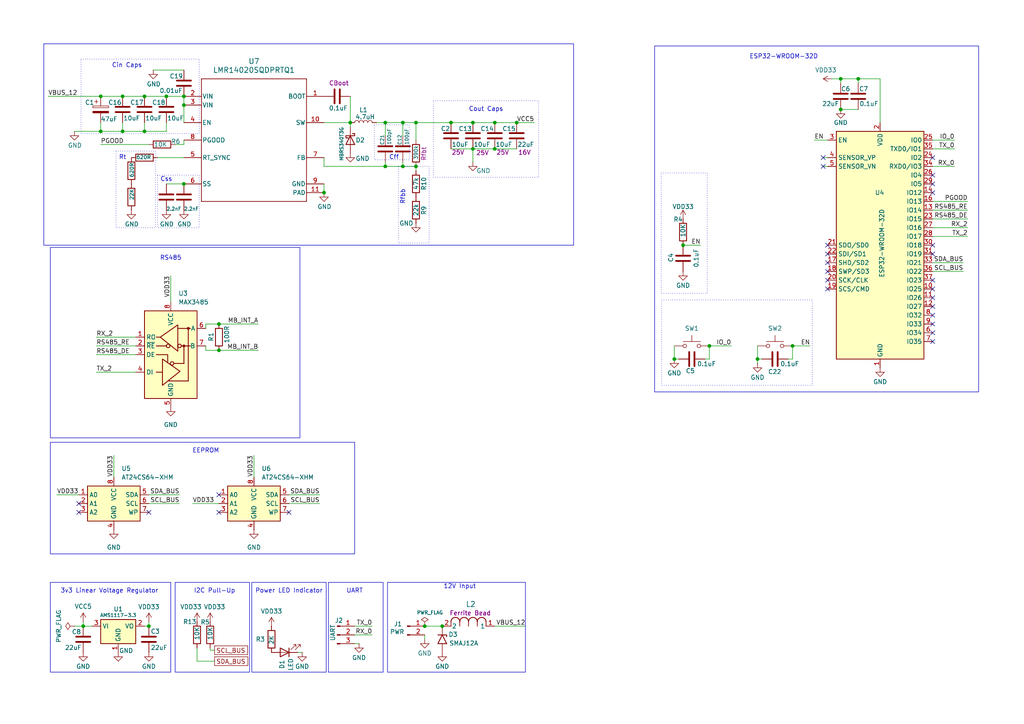
<source format=kicad_sch>
(kicad_sch (version 20231120) (generator "eeschema") (generator_version "8.0")
  (paper "A4")
  (junction (at 120.65 35.56))
  (junction (at 243.84 31.75))
  (junction (at 63.5 101.6))
  (junction (at 35.56 27.94))
  (junction (at 101.6 35.56))
  (junction (at 43.18 181.61))
  (junction (at 111.76 35.56))
  (junction (at 123.19 181.61))
  (junction (at 243.84 22.86))
  (junction (at 229.87 100.33))
  (junction (at 53.34 53.34))
  (junction (at 111.76 48.26))
  (junction (at 195.58 104.14))
  (junction (at 53.34 27.94))
  (junction (at 248.92 22.86))
  (junction (at 29.21 38.1))
  (junction (at 41.91 38.1))
  (junction (at 53.34 30.48))
  (junction (at 137.16 35.56))
  (junction (at 93.98 55.88))
  (junction (at 137.16 43.18))
  (junction (at 24.13 181.61))
  (junction (at 143.51 35.56))
  (junction (at 63.5 93.98))
  (junction (at 116.84 35.56))
  (junction (at 29.21 27.94))
  (junction (at 219.71 104.14))
  (junction (at 120.65 48.26))
  (junction (at 128.27 181.61))
  (junction (at 41.91 27.94))
  (junction (at 149.86 35.56))
  (junction (at 143.51 43.18))
  (junction (at 130.81 35.56))
  (junction (at 35.56 38.1))
  (junction (at 116.84 48.26))
  (junction (at 205.74 100.33))
  (junction (at 48.26 27.94))
  (junction (at 198.12 71.12))
  (no_connect (at 270.51 86.36))
  (no_connect (at 240.03 76.2))
  (no_connect (at 240.03 83.82))
  (no_connect (at 238.76 48.26))
  (no_connect (at 22.86 148.59))
  (no_connect (at 43.18 148.59))
  (no_connect (at 238.76 45.72))
  (no_connect (at 22.86 146.05))
  (no_connect (at 270.51 55.88))
  (no_connect (at 270.51 81.28))
  (no_connect (at 240.03 73.66))
  (no_connect (at 63.5 148.59))
  (no_connect (at 270.51 73.66))
  (no_connect (at 240.03 78.74))
  (no_connect (at 63.5 143.51))
  (no_connect (at 270.51 83.82))
  (no_connect (at 270.51 91.44))
  (no_connect (at 270.51 99.06))
  (no_connect (at 270.51 71.12))
  (no_connect (at 240.03 71.12))
  (no_connect (at 270.51 88.9))
  (no_connect (at 240.03 81.28))
  (no_connect (at 270.51 53.34))
  (no_connect (at 270.51 45.72))
  (no_connect (at 83.82 148.59))
  (no_connect (at 270.51 50.8))
  (no_connect (at 270.51 93.98))
  (no_connect (at 270.51 96.52))
  (wire (pts (xy 280.67 68.58) (xy 270.51 68.58)))
  (wire (pts (xy 279.4 78.74) (xy 270.51 78.74)))
  (wire (pts (xy 248.92 22.86) (xy 255.27 22.86)))
  (wire (pts (xy 104.14 186.69) (xy 102.87 186.69)))
  (wire (pts (xy 280.67 58.42) (xy 270.51 58.42)))
  (wire (pts (xy 29.21 27.94) (xy 35.56 27.94)))
  (wire (pts (xy 255.27 35.56) (xy 255.27 22.86)))
  (wire (pts (xy 59.69 101.6) (xy 59.69 100.33)))
  (wire (pts (xy 62.23 191.77) (xy 57.15 191.77)))
  (wire (pts (xy 13.97 27.94) (xy 29.21 27.94)))
  (wire (pts (xy 29.21 41.91) (xy 43.18 41.91)))
  (wire (pts (xy 198.12 71.12) (xy 203.2 71.12)))
  (wire (pts (xy 137.16 43.18) (xy 143.51 43.18)))
  (wire (pts (xy 52.07 143.51) (xy 43.18 143.51)))
  (wire (pts (xy 143.51 43.18) (xy 149.86 43.18)))
  (wire (pts (xy 243.84 22.86) (xy 243.84 24.13)))
  (wire (pts (xy 27.94 100.33) (xy 39.37 100.33)))
  (wire (pts (xy 24.13 181.61) (xy 26.67 181.61)))
  (wire (pts (xy 53.34 41.91) (xy 53.34 40.64)))
  (wire (pts (xy 92.71 146.05) (xy 83.82 146.05)))
  (wire (pts (xy 44.45 20.32) (xy 53.34 20.32)))
  (wire (pts (xy 87.63 189.23) (xy 86.36 189.23)))
  (wire (pts (xy 137.16 35.56) (xy 143.51 35.56)))
  (wire (pts (xy 236.22 40.64) (xy 240.03 40.64)))
  (wire (pts (xy 48.26 27.94) (xy 53.34 27.94)))
  (wire (pts (xy 276.86 43.18) (xy 270.51 43.18)))
  (wire (pts (xy 93.98 48.26) (xy 93.98 45.72)))
  (wire (pts (xy 24.13 180.34) (xy 24.13 181.61)))
  (wire (pts (xy 116.84 46.99) (xy 116.84 48.26)))
  (wire (pts (xy 93.98 48.26) (xy 111.76 48.26)))
  (wire (pts (xy 93.98 53.34) (xy 93.98 55.88)))
  (wire (pts (xy 130.81 35.56) (xy 137.16 35.56)))
  (wire (pts (xy 130.81 43.18) (xy 137.16 43.18)))
  (wire (pts (xy 116.84 35.56) (xy 120.65 35.56)))
  (wire (pts (xy 57.15 191.77) (xy 57.15 187.96)))
  (wire (pts (xy 35.56 38.1) (xy 35.56 35.56)))
  (wire (pts (xy 109.22 35.56) (xy 111.76 35.56)))
  (wire (pts (xy 62.23 188.595) (xy 60.96 188.595)))
  (wire (pts (xy 107.95 184.15) (xy 102.87 184.15)))
  (wire (pts (xy 143.51 181.61) (xy 152.4 181.61)))
  (wire (pts (xy 73.66 132.08) (xy 73.66 138.43)))
  (wire (pts (xy 149.86 35.56) (xy 154.94 35.56)))
  (wire (pts (xy 63.5 93.98) (xy 74.93 93.98)))
  (wire (pts (xy 59.69 93.98) (xy 63.5 93.98)))
  (wire (pts (xy 276.86 40.64) (xy 270.51 40.64)))
  (wire (pts (xy 27.94 97.79) (xy 39.37 97.79)))
  (wire (pts (xy 120.65 49.53) (xy 120.65 48.26)))
  (wire (pts (xy 107.95 181.61) (xy 102.87 181.61)))
  (wire (pts (xy 33.02 132.08) (xy 33.02 138.43)))
  (wire (pts (xy 123.19 181.61) (xy 128.27 181.61)))
  (wire (pts (xy 243.84 31.75) (xy 248.92 31.75)))
  (wire (pts (xy 280.67 63.5) (xy 270.51 63.5)))
  (wire (pts (xy 276.86 48.26) (xy 270.51 48.26)))
  (wire (pts (xy 49.53 80.01) (xy 49.53 87.63)))
  (wire (pts (xy 111.76 48.26) (xy 116.84 48.26)))
  (wire (pts (xy 43.18 180.34) (xy 43.18 181.61)))
  (wire (pts (xy 143.51 35.56) (xy 149.86 35.56)))
  (wire (pts (xy 120.65 35.56) (xy 130.81 35.56)))
  (wire (pts (xy 60.96 188.595) (xy 60.96 187.96)))
  (wire (pts (xy 116.84 48.26) (xy 120.65 48.26)))
  (wire (pts (xy 101.6 35.56) (xy 101.6 36.83)))
  (wire (pts (xy 41.91 27.94) (xy 48.26 27.94)))
  (wire (pts (xy 21.59 181.61) (xy 24.13 181.61)))
  (wire (pts (xy 55.88 146.05) (xy 63.5 146.05)))
  (wire (pts (xy 111.76 46.99) (xy 111.76 48.26)))
  (wire (pts (xy 48.26 38.1) (xy 48.26 35.56)))
  (wire (pts (xy 111.76 35.56) (xy 116.84 35.56)))
  (wire (pts (xy 52.07 146.05) (xy 43.18 146.05)))
  (wire (pts (xy 238.76 48.26) (xy 240.03 48.26)))
  (wire (pts (xy 280.67 60.96) (xy 270.51 60.96)))
  (wire (pts (xy 205.74 104.14) (xy 205.74 100.33)))
  (wire (pts (xy 53.34 30.48) (xy 53.34 27.94)))
  (wire (pts (xy 50.8 41.91) (xy 53.34 41.91)))
  (wire (pts (xy 35.56 27.94) (xy 41.91 27.94)))
  (wire (pts (xy 63.5 101.6) (xy 59.69 101.6)))
  (wire (pts (xy 219.71 100.33) (xy 219.71 104.14)))
  (wire (pts (xy 63.5 101.6) (xy 74.93 101.6)))
  (wire (pts (xy 238.76 45.72) (xy 240.03 45.72)))
  (wire (pts (xy 111.76 39.37) (xy 111.76 35.56)))
  (wire (pts (xy 43.18 181.61) (xy 41.91 181.61)))
  (wire (pts (xy 29.21 38.1) (xy 35.56 38.1)))
  (wire (pts (xy 248.92 22.86) (xy 248.92 24.13)))
  (wire (pts (xy 101.6 27.94) (xy 101.6 35.56)))
  (wire (pts (xy 195.58 104.14) (xy 196.85 104.14)))
  (wire (pts (xy 41.91 35.56) (xy 41.91 38.1)))
  (wire (pts (xy 219.71 104.14) (xy 219.71 105.41)))
  (wire (pts (xy 27.94 102.87) (xy 39.37 102.87)))
  (wire (pts (xy 27.94 107.95) (xy 39.37 107.95)))
  (wire (pts (xy 205.74 104.14) (xy 204.47 104.14)))
  (wire (pts (xy 243.84 22.86) (xy 248.92 22.86)))
  (wire (pts (xy 228.6 104.14) (xy 229.87 104.14)))
  (wire (pts (xy 41.91 38.1) (xy 48.26 38.1)))
  (wire (pts (xy 280.67 66.04) (xy 270.51 66.04)))
  (wire (pts (xy 116.84 35.56) (xy 116.84 39.37)))
  (wire (pts (xy 120.65 35.56) (xy 120.65 40.64)))
  (wire (pts (xy 29.21 35.56) (xy 29.21 38.1)))
  (wire (pts (xy 241.3 22.86) (xy 243.84 22.86)))
  (wire (pts (xy 59.69 93.98) (xy 59.69 95.25)))
  (wire (pts (xy 35.56 38.1) (xy 41.91 38.1)))
  (wire (pts (xy 45.72 45.72) (xy 53.34 45.72)))
  (wire (pts (xy 93.98 35.56) (xy 101.6 35.56)))
  (wire (pts (xy 195.58 100.33) (xy 195.58 104.14)))
  (wire (pts (xy 48.26 53.34) (xy 53.34 53.34)))
  (wire (pts (xy 123.19 185.42) (xy 123.19 184.15)))
  (wire (pts (xy 205.74 100.33) (xy 212.09 100.33)))
  (wire (pts (xy 92.71 143.51) (xy 83.82 143.51)))
  (wire (pts (xy 229.87 100.33) (xy 234.95 100.33)))
  (wire (pts (xy 229.87 100.33) (xy 229.87 104.14)))
  (wire (pts (xy 137.16 43.18) (xy 137.16 46.99)))
  (wire (pts (xy 53.34 35.56) (xy 53.34 30.48)))
  (wire (pts (xy 279.4 76.2) (xy 270.51 76.2)))
  (wire (pts (xy 219.71 104.14) (xy 220.98 104.14)))
  (wire (pts (xy 16.51 143.51) (xy 22.86 143.51)))
  (wire (pts (xy 21.59 38.1) (xy 29.21 38.1)))
  (rectangle (start 12.7 12.7) (end 166.37 71.12))
  (rectangle (start 115.57 48.26) (end 124.46 70.485) (stroke (width 0) (type dot)))
  (rectangle (start 191.77 50.165) (end 205.105 85.09) (stroke (width 0) (type dot)))
  (rectangle (start 108.585 36.195) (end 118.745 46.355) (stroke (width 0) (type dot)))
  (rectangle (start 23.495 17.145) (end 57.785 38.735) (stroke (width 0) (type dot)))
  (rectangle (start 112.395 168.91) (end 152.4 194.945))
  (rectangle (start 189.865 13.335) (end 283.845 113.665))
  (rectangle (start 14.605 71.755) (end 86.995 127))
  (rectangle (start 95.25 168.91) (end 111.125 194.945))
  (rectangle (start 33.655 43.815) (end 45.085 66.04) (stroke (width 0) (type dot)))
  (rectangle (start 191.897 86.995) (end 235.585 111.76) (stroke (width 0) (type dot)))
  (rectangle (start 14.605 128.27) (end 102.87 160.655))
  (rectangle (start 50.8 168.91) (end 72.39 194.945))
  (rectangle (start 14.605 168.91) (end 49.53 194.945))
  (rectangle (start 45.72 50.8) (end 57.785 66.04) (stroke (width 0) (type dot)))
  (rectangle (start 73.025 168.91) (end 94.615 194.945))
  (rectangle (start 125.73 29.21) (end 156.21 51.435) (stroke (width 0) (type dot)))
  (text "Cout Caps" (at 140.97 31.75 0) (effects (font (size 1.27 1.27))))
  (text "12V Input" (at 133.35 170.18 0) (effects (font (size 1.27 1.27))))
  (text "EEPROM\n" (at 59.69 130.81 0) (effects (font (size 1.27 1.27))))
  (text "Power LED Indicator" (at 83.82 171.45 0) (effects (font (size 1.27 1.27))))
  (text "ESP32-WROOM-32D" (at 227.33 16.51 0) (effects (font (size 1.27 1.27))))
  (text "Rt" (at 35.56 45.72 0) (effects (font (size 1.27 1.27))))
  (text "Cff" (at 114.3 45.72 0) (effects (font (size 1.27 1.27))))
  (text "I2C Pull-Up" (at 62.23 171.45 0) (effects (font (size 1.27 1.27))))
  (text "Rfbb" (at 116.84 57.15 90) (effects (font (size 1.27 1.27))))
  (text "Cin Caps" (at 36.83 19.05 0) (effects (font (size 1.27 1.27))))
  (text "3v3 Linear Voltage Regulator" (at 31.75 171.45 0) (effects (font (size 1.27 1.27))))
  (text "UART" (at 102.87 171.45 0) (effects (font (size 1.27 1.27))))
  (text "Css" (at 48.26 52.07 0) (effects (font (size 1.27 1.27))))
  (text "RS485" (at 49.53 74.93 0) (effects (font (size 1.27 1.27))))
  (label "IO_0" (at 212.09 100.33 180))
  (label "TX_2" (at 27.94 107.95 0))
  (label "RX_0" (at 276.86 48.26 180))
  (label "RS485_DE" (at 27.94 102.87 0))
  (label "MB_INT_A" (at 74.93 93.98 180))
  (label "VDD33" (at 33.02 132.08 270))
  (label "PGOOD" (at 280.67 58.42 180))
  (label "VBUS_12" (at 13.97 27.94 0))
  (label "EN" (at 234.95 100.33 180))
  (label "PGOOD" (at 29.21 41.91 0))
  (label "SCL_BUS" (at 92.71 146.05 180))
  (label "RS485_RE" (at 280.67 60.96 180))
  (label "SCL_BUS" (at 52.07 146.05 180))
  (label "IO_0" (at 276.86 40.64 180))
  (label "RS485_DE" (at 280.67 63.5 180))
  (label "TX_0" (at 107.95 181.61 180))
  (label "RX_2" (at 27.94 97.79 0))
  (label "SDA_BUS" (at 92.71 143.51 180))
  (label "RX_0" (at 107.95 184.15 180))
  (label "VCC5" (at 154.94 35.56 180))
  (label "EN" (at 203.2 71.12 180))
  (label "VDD33" (at 73.66 132.08 270))
  (label "VBUS_12" (at 152.4 181.61 180))
  (label "SCL_BUS" (at 279.4 78.74 180))
  (label "TX_0" (at 276.86 43.18 180))
  (label "SDA_BUS" (at 52.07 143.51 180))
  (label "TX_2" (at 280.67 68.58 180))
  (label "VDD33" (at 49.53 80.01 270))
  (label "MB_INT_B" (at 74.93 101.6 180))
  (label "RX_2" (at 280.67 66.04 180))
  (label "SDA_BUS" (at 279.4 76.2 180))
  (label "EN" (at 236.22 40.64 0))
  (label "VDD33" (at 55.88 146.05 0))
  (label "VDD33" (at 16.51 143.51 0))
  (label "RS485_RE" (at 27.94 100.33 0))
  (global_label "SCL_BUS" (shape passive) (at 62.23 188.595 0) (property "Intersheetrefs" "${INTERSHEET_REFS}" (effects (hide yes))))
  (global_label "SDA_BUS" (shape passive) (at 62.23 191.77 0) (property "Intersheetrefs" "${INTERSHEET_REFS}" (effects (hide yes))))
  (symbol (lib_id "Device:R") (at 78.74 185.42 0) (unit 1)
    (property "Reference" "R3" (at 74.168 185.42 0) (effects (justify left)))
    (property "Value" "2K" (at 78.74 186.944 90) (effects (justify left)))
    (property "Footprint" "Resistor_SMD:R_0603_1608Metric_Pad0.98x0.95mm_HandSolder" (effects (hide yes)))
    (property "Datasheet" "https://media.distrelec.com/Web/Downloads/_t/ds/RND_155T_Thin_Film_Resistors_eng_tds.pdf" (effects (hide yes)))
    (property "Description" "Resistor Thin film   2 KOhm      ±0.1%   SMD 0603 1/6W" (effects (hide yes)))
    (property "PartNo" "RND 155TC0325B2001T5H" (effects (hide yes)))
  )
  (symbol (lib_id "Device:R") (at 60.96 184.15 0) (unit 1)
    (property "Reference" "R5" (at 58.166 180.467 0) (effects (justify left)))
    (property "Value" "10K" (at 60.96 185.674 90) (effects (justify left)))
    (property "Footprint" "Resistor_SMD:R_0805_2012Metric_Pad1.20x1.40mm_HandSolder" (effects (hide yes)))
    (property "Datasheet" "https://media.distrelec.com/Web/Downloads/_t/ds/RND_155T_Thin_Film_Resistors_eng_tds.pdf" (effects (hide yes)))
    (property "Description" "Resistor Thin film   10 KOhm     ±0.1%   SMD 0805 1/4W" (effects (hide yes)))
    (property "PartNo" "RND 155TC0525B1002T5J" (effects (hide yes)))
  )
  (symbol (lib_name "C_1") (lib_id "Device:C") (at 41.91 31.75 180) (unit 1)
    (property "Reference" "C17" (at 41.656 29.718 0) (effects (justify left)))
    (property "Value" "10uF" (at 46.99 34.29 0) (effects (justify left)))
    (property "Footprint" "Capacitor_SMD:C_0805_2012Metric_Pad1.18x1.45mm_HandSolder" (effects (hide yes)))
    (property "Datasheet" "https://www.mouser.dk/datasheet/2/585/MLCC-1837944.pdf" (effects (hide yes)))
    (property "Description" "Multilayer Ceramic Capacitor MLCC - SMD/SMT 10uF+/-10% 25V X5R 2 0805" (effects (hide yes)))
    (property "FriendlyName" "Cout10uf" (effects (hide yes)))
    (property "Voltage" "25V" (effects (hide yes)))
    (property "PartNo" "CL21A106KAYNNNF" (effects (hide yes)))
  )
  (symbol (lib_id "power:GND") (at 101.6 44.45 0) (unit 1)
    (property "Reference" "#PWR023" (effects (hide yes)))
    (property "Value" "GND" (at 105.156 45.974 0))
    (property "Description" "Power symbol creates a global label with name \"GND\" , ground" (effects (hide yes)))
  )
  (symbol (lib_id "Device:C") (at 48.26 57.15 180) (unit 1)
    (property "Reference" "C20" (effects (hide yes)))
    (property "Value" "2.2nF" (at 52.578 60.579 0) (effects (font (size 1 1)) (justify left)))
    (property "Footprint" "Capacitor_SMD:C_0805_2012Metric_Pad1.18x1.45mm_HandSolder" (effects (hide yes)))
    (property "Datasheet" "https://media.distrelec.com/Web/Downloads/_t/ds/RND_0805_X7R_eng_tds.pdf" (effects (hide yes)))
    (property "Description" "Ceramic Capacitor 2.2nF, 50VDC, 0805, ±5 %" (effects (hide yes)))
    (property "FriendlyName" "Css" (effects (hide yes)))
    (property "PartNo" "RND 1500805B222J500NT" (effects (hide yes)))
    (property "Voltage" "50V" (effects (hide yes)))
  )
  (symbol (lib_id "Diode:SMAJ12A") (at 128.27 185.42 270) (unit 1)
    (property "Reference" "D3" (at 130.048 184.023 90) (effects (justify left)))
    (property "Value" "SMAJ12A" (at 130.302 186.563 90) (effects (justify left)))
    (property "Footprint" "Diode_SMD:D_SMA_Handsoldering" (effects (hide yes)))
    (property "Datasheet" "https://www.littelfuse.com/media?resourcetype=datasheets&itemid=75e32973-b177-4ee3-a0ff-cedaf1abdb93&filename=smaj-datasheet" (effects (hide yes)))
    (property "Description" "400W unidirectional Transient Voltage Suppressor, 12.0Vr, SMA(DO-214AC)" (effects (hide yes)))
    (property "PartNo" "SMAJ12A" (effects (hide yes)))
  )
  (symbol (lib_id "Switch:SW_Push") (at 200.66 100.33 0) (unit 1)
    (property "Reference" "SW1" (at 200.66 95.25 0))
    (property "Value" "SW_Push" (effects (hide yes)))
    (property "Footprint" "Button_Switch_SMD:SW_SPST_Omron_B3FS-105xP" (effects (hide yes)))
    (property "Description" "Push button switch, generic, two pins" (effects (hide yes)))
  )
  (symbol (lib_id "RF_Module:ESP32-WROOM-32D") (at 255.27 71.12 0) (unit 1)
    (property "Reference" "U4" (at 253.746 55.88 0) (effects (justify left)))
    (property "Value" "ESP32-WROOM-32D" (at 255.778 80.518 90) (effects (justify left)))
    (property "Footprint" "RF_Module:ESP32-WROOM-32D" (effects (hide yes)))
    (property "Datasheet" "https://www.espressif.com/sites/default/files/documentation/esp32-wroom-32d_esp32-wroom-32u_datasheet_en.pdf" (effects (hide yes)))
    (property "Description" "RF Module, ESP32-D0WD SoC, Wi-Fi 802.11b/g/n, Bluetooth, BLE, 32-bit, 2.7-3.6V, onboard antenna, SMD" (effects (hide yes)))
    (property "PartNo" "M113DH2800PH3Q0" (effects (hide yes)))
  )
  (symbol (lib_id "Device:R") (at 120.65 53.34 180) (unit 1)
    (property "Reference" "R10" (at 122.936 51.308 90) (effects (justify left)))
    (property "Value" "47k" (at 120.65 51.435 90) (effects (justify left)))
    (property "Footprint" "Resistor_SMD:R_0805_2012Metric_Pad1.20x1.40mm_HandSolder" (effects (hide yes)))
    (property "Datasheet" "https://media.distrelec.com/Web/Downloads/_t/ds/rnd_smd_resistors_eng_tds.pdf" (effects (hide yes)))
    (property "Description" "Resistor Thick film  47 kOhm     ±1%     SMD 0805 1/8W" (effects (hide yes)))
    (property "FriendlyName" "Rfbb_47k" (effects (hide yes)))
    (property "PartNo" "RND 1550805S8F4702T5E" (effects (hide yes)))
  )
  (symbol (lib_id "power:GND") (at 255.27 106.68 0) (unit 1)
    (property "Reference" "#PWR011" (effects (hide yes)))
    (property "Value" "GND" (at 255.27 110.744 0))
    (property "Description" "Power symbol creates a global label with name \"GND\" , ground" (effects (hide yes)))
  )
  (symbol (lib_id "power:GND") (at 44.45 20.32 0) (unit 1)
    (property "Reference" "#PWR028" (effects (hide yes)))
    (property "Value" "GND" (at 44.577 24.384 0))
    (property "Description" "Power symbol creates a global label with name \"GND\" , ground" (effects (hide yes)))
  )
  (symbol (lib_id "Device:R") (at 46.99 41.91 90) (unit 1)
    (property "Reference" "R6" (at 52.324 41.021 90) (effects (justify left)))
    (property "Value" "10K" (at 48.514 41.91 90) (effects (justify left)))
    (property "Footprint" "Resistor_SMD:R_0805_2012Metric_Pad1.20x1.40mm_HandSolder" (effects (hide yes)))
    (property "Datasheet" "https://media.distrelec.com/Web/Downloads/_t/ds/RND_155T_Thin_Film_Resistors_eng_tds.pdf" (effects (hide yes)))
    (property "Description" "Resistor Thin film   10 KOhm     ±0.1%   SMD 0805 1/4W" (effects (hide yes)))
    (property "PartNo" "RND 155TC0525B1002T5J" (effects (hide yes)))
  )
  (symbol (lib_id "power:GND") (at 48.26 60.96 0) (unit 1)
    (property "Reference" "#PWR031" (effects (hide yes)))
    (property "Value" "GND" (at 48.387 65.024 0))
    (property "Description" "Power symbol creates a global label with name \"GND\" , ground" (effects (hide yes)))
  )
  (symbol (lib_id "LMR14020SQDPRTQ1:LMR14020SQDPRTQ1") (at 73.66 40.64 0) (unit 1)
    (property "Reference" "U7" (at 73.66 17.78 0) (effects (font (size 1.524 1.524))))
    (property "Value" "LMR14020SQDPRTQ1" (at 73.66 20.32 0) (effects (font (size 1.524 1.524))))
    (property "Footprint" "LMR14020SQDPRTQ1:DPR0010A" (effects (hide yes)))
    (property "Datasheet" "LMR14020SQDPRTQ1" (effects (hide yes)))
    (property "Description" "SIMPLE SWITCHER® Power Converter 40V 2A, 2.2MHz Step-Down Converter With 40µA IQ" (effects (hide yes)))
    (property "PartNo" "LMR14020Q" (effects (hide yes)))
  )
  (symbol (lib_id "power:VDD") (at 198.12 63.5 0) (unit 1)
    (property "Reference" "#PWR03" (effects (hide yes)))
    (property "Value" "VDD33" (at 198.12 59.944 0))
    (property "Description" "Power symbol creates a global label with name \"VDD\"" (effects (hide yes)))
  )
  (symbol (lib_id "Device:C") (at 24.13 185.42 0) (unit 1)
    (property "Reference" "C8" (at 20.828 183.261 0) (effects (justify left)))
    (property "Value" "22uF" (at 18.796 187.833 0) (effects (justify left)))
    (property "Footprint" "Capacitor_SMD:C_0805_2012Metric_Pad1.18x1.45mm_HandSolder" (effects (hide yes)))
    (property "Datasheet" "https://mm.digikey.com/Volume0/opasdata/d220001/medias/docus/43/CL21A226MOCLRNC_Spec.pdf" (effects (hide yes)))
    (property "Description" "22 µF ±20% 16V Ceramic Capacitor X5R 0805 (2012 Metric)" (effects (hide yes)))
    (property "PartNo" "CL21A226MOCLRNC" (effects (hide yes)))
    (property "Voltage" "16V" (effects (hide yes)))
  )
  (symbol (lib_name "C_1") (lib_id "Device:C") (at 116.84 43.18 180) (unit 1)
    (property "Reference" "C12" (at 115.951 38.989 90) (effects (font (size 1 1)) (justify left)))
    (property "Value" "100pF" (at 117.983 37.211 90) (effects (font (size 1 1)) (justify left)))
    (property "Footprint" "Capacitor_SMD:C_0805_2012Metric_Pad1.18x1.45mm_HandSolder" (effects (hide yes)))
    (property "Datasheet" "https://media.distrelec.com/Web/Downloads/_t/ds/RND_0805_NP0_eng_tds.pdf" (effects (hide yes)))
    (property "Description" "Ceramic Capacitor 100pF, 50VDC, 0805, ±5 %" (effects (hide yes)))
    (property "FriendlyName" "Cff" (effects (hide yes)))
    (property "Voltage" "50V" (effects (hide yes)))
    (property "PartNo" "RND 1500805N101J500NT" (effects (hide yes)))
  )
  (symbol (lib_name "C_1") (lib_id "Device:C") (at 149.86 39.37 180) (unit 1)
    (property "Reference" "C15" (at 149.606 37.338 0) (effects (justify left)))
    (property "Value" "22uF" (at 154.94 41.91 0) (effects (justify left)))
    (property "Footprint" "Capacitor_SMD:C_0805_2012Metric_Pad1.18x1.45mm_HandSolder" (effects (hide yes)))
    (property "Datasheet" "https://mm.digikey.com/Volume0/opasdata/d220001/medias/docus/43/CL21A226MOCLRNC_Spec.pdf" (effects (hide yes)))
    (property "Description" "22 µF ±20% 16V Ceramic Capacitor X5R 0805 (2012 Metric)" (effects (hide yes)))
    (property "FriendlyName" "Cout22uf" (effects (hide yes)))
    (property "Voltage" "16V" (at 152.146 44.196 0))
    (property "PartNo" "CL21A226MOCLRNC" (effects (hide yes)))
  )
  (symbol (lib_id "Device:R") (at 120.65 44.45 0) (unit 1)
    (property "Reference" "R8" (effects (hide yes)))
    (property "Value" "390k" (at 120.65 46.355 90) (effects (font (size 1.1 1.1)) (justify left)))
    (property "Footprint" "Resistor_SMD:R_0402_1005Metric_Pad0.72x0.64mm_HandSolder" (effects (hide yes)))
    (property "Datasheet" "https://www.yageo.com/upload/media/product/products/datasheet/rchip/PYu-RC_Group_51_RoHS_L_12.pdf" (effects (hide yes)))
    (property "Description" "390 kOhms ±1% Chip Resistor Moisture Resistant Thick Film" (effects (hide yes)))
    (property "FriendlyName" "Rfbt" (at 122.936 44.577 90))
    (property "PartNo" "RC0402FR-07390KL " (effects (hide yes)))
  )
  (symbol (lib_name "C_1") (lib_id "Device:C") (at 137.16 39.37 180) (unit 1)
    (property "Reference" "C13" (at 136.906 37.338 0) (effects (justify left)))
    (property "Value" "10uF" (at 142.24 41.91 0) (effects (justify left)))
    (property "Footprint" "Capacitor_SMD:C_0805_2012Metric_Pad1.18x1.45mm_HandSolder" (effects (hide yes)))
    (property "Datasheet" "https://www.mouser.dk/datasheet/2/585/MLCC-1837944.pdf" (effects (hide yes)))
    (property "Description" "Multilayer Ceramic Capacitor MLCC - SMD/SMT 10uF+/-10% 25V X5R 2 0805" (effects (hide yes)))
    (property "FriendlyName" "Cout10uf" (effects (hide yes)))
    (property "Voltage" "25V" (at 139.954 44.323 0))
    (property "PartNo" "CL21A106KAYNNNF" (effects (hide yes)))
  )
  (symbol (lib_id "Interface_UART:MAX3485") (at 49.53 102.87 0) (unit 1)
    (property "Reference" "U3" (at 51.7241 85.09 0) (effects (justify left)))
    (property "Value" "MAX3485" (at 51.7241 87.63 0) (effects (justify left)))
    (property "Footprint" "Package_SO:SOIC-8_3.9x4.9mm_P1.27mm" (effects (hide yes)))
    (property "Datasheet" "https://datasheets.maximintegrated.com/en/ds/MAX3483-MAX3491.pdf" (effects (hide yes)))
    (property "Description" "True RS-485/RS-422, 10Mbps, Slew-Rate Limited, with low-power shutdown, with receiver/driver enable, 32 receiver drive capacitity, DIP-8 and SOIC-8" (effects (hide yes)))
    (property "PartNo" "MAX485" (effects (hide yes)))
  )
  (symbol (lib_name "C_1") (lib_id "Device:C") (at 53.34 24.13 180) (unit 1)
    (property "Reference" "C19" (at 53.086 22.098 0) (effects (justify left)))
    (property "Value" "0.01uF" (at 52.959 26.289 0) (effects (justify left)))
    (property "Footprint" "Capacitor_SMD:C_0402_1005Metric_Pad0.74x0.62mm_HandSolder" (effects (hide yes)))
    (property "Datasheet" "https://search.murata.co.jp/Ceramy/image/img/A01X/G101/ENG/GCM155R71H103KA55-01.pdf" (effects (hide yes)))
    (property "Description" "0.01 uF ±10% 50V Ceramic Capacitor X7R 0402 (1005 Metric)" (effects (hide yes)))
    (property "FriendlyName" "Cin0_1uf" (effects (hide yes)))
    (property "Voltage" "50V" (effects (hide yes)))
    (property "PartNo" "GCM155R71H103KA55D " (effects (hide yes)))
  )
  (symbol (lib_id "power:GND") (at 38.1 60.96 0) (unit 1)
    (property "Reference" "#PWR026" (effects (hide yes)))
    (property "Value" "GND" (at 38.227 65.024 0))
    (property "Description" "Power symbol creates a global label with name \"GND\" , ground" (effects (hide yes)))
  )
  (symbol (lib_id "power:GND") (at 43.18 189.23 0) (unit 1)
    (property "Reference" "#PWR016" (effects (hide yes)))
    (property "Value" "GND" (at 43.18 193.294 0))
    (property "Description" "Power symbol creates a global label with name \"GND\" , ground" (effects (hide yes)))
  )
  (symbol (lib_id "MPZ1005S121CT000:MPZ1005S121CT000") (at 128.27 181.61 0) (unit 1)
    (property "Reference" "L2" (at 136.525 175.26 0) (effects (font (size 1.524 1.524))))
    (property "Value" "MPZ1005S121CT000" (effects (hide yes)))
    (property "Footprint" "MPZ1005S121CT000:IND_1005_TDK-L" (effects (hide yes)))
    (property "Datasheet" "https://product.tdk.com/en/system/files/dam/doc/product/emc/emc/beads/catalog/beads_commercial_power_mpz1005_en.pdf" (effects (hide yes)))
    (property "Description" "120 Ohms @ 100 MHz 1 Power Line Ferrite Bead 0402 (1005 Metric) 1.2A 90mOhm" (effects (hide yes)))
    (property "FriendlyName" "Ferrite Bead" (at 136.398 177.8 0))
    (property "PartNo" "MPZ1005S121CT000" (effects (hide yes)))
  )
  (symbol (lib_id "power:GND") (at 93.98 55.88 0) (unit 1)
    (property "Reference" "#PWR024" (effects (hide yes)))
    (property "Value" "GND" (at 94.107 59.944 0))
    (property "Description" "Power symbol creates a global label with name \"GND\" , ground" (effects (hide yes)))
  )
  (symbol (lib_id "power:VBUS") (at 24.13 180.34 0) (unit 1)
    (property "Reference" "#PWR012" (effects (hide yes)))
    (property "Value" "VCC5" (at 24.13 175.895 0))
    (property "Description" "Power symbol creates a global label with name \"VBUS\"" (effects (hide yes)))
  )
  (symbol (lib_id "power:GND") (at 219.71 105.41 0) (unit 1)
    (property "Reference" "#PWR06" (effects (hide yes)))
    (property "Value" "GND" (at 219.71 109.474 0))
    (property "Description" "Power symbol creates a global label with name \"GND\" , ground" (effects (hide yes)))
  )
  (symbol (lib_name "C_1") (lib_id "Device:C") (at 35.56 31.75 180) (unit 1)
    (property "Reference" "C16" (at 35.306 29.718 0) (effects (justify left)))
    (property "Value" "10uF" (at 40.64 34.29 0) (effects (justify left)))
    (property "Footprint" "Capacitor_SMD:C_0805_2012Metric_Pad1.18x1.45mm_HandSolder" (effects (hide yes)))
    (property "Datasheet" "https://www.mouser.dk/datasheet/2/585/MLCC-1837944.pdf" (effects (hide yes)))
    (property "Description" "Multilayer Ceramic Capacitor MLCC - SMD/SMT 10uF+/-10% 25V X5R 2 0805" (effects (hide yes)))
    (property "FriendlyName" "Cout10uf" (effects (hide yes)))
    (property "Voltage" "25V" (effects (hide yes)))
    (property "PartNo" "CL21A106KAYNNNF" (effects (hide yes)))
  )
  (symbol (lib_id "power:GND") (at 104.14 186.69 0) (unit 1)
    (property "Reference" "#PWR022" (effects (hide yes)))
    (property "Value" "GND" (at 104.14 190.754 0))
    (property "Description" "Power symbol creates a global label with name \"GND\" , ground" (effects (hide yes)))
  )
  (symbol (lib_id "Device:C") (at 224.79 104.14 270) (unit 1)
    (property "Reference" "C22" (at 222.758 107.823 90) (effects (justify left)))
    (property "Value" "0.1uF" (at 226.314 105.537 90) (effects (justify left)))
    (property "Footprint" "Capacitor_SMD:C_1206_3216Metric_Pad1.33x1.80mm_HandSolder" (effects (hide yes)))
    (property "Datasheet" "https://elektronik-lavpris.dk/files/sup2/C1206C104K5RACTU.pdf" (effects (hide yes)))
    (property "Description" "SMD MLC Capacitor 100nF 50V 10% X7R 1206" (effects (hide yes)))
    (property "PartNo" "CVNF100K12X" (effects (hide yes)))
    (property "Voltage" "50V" (effects (hide yes)))
  )
  (symbol (lib_id "Device:LED") (at 82.55 189.23 180) (unit 1)
    (property "Reference" "D1" (at 81.788 194.056 90) (effects (justify right)))
    (property "Value" "LED" (at 84.328 194.564 90) (effects (justify right)))
    (property "Footprint" "LED_SMD:LED_0402_1005Metric_Pad0.77x0.64mm_HandSolder" (effects (hide yes)))
    (property "Datasheet" "https://www.mouser.dk/datasheet/2/588/asset_pdf_5057771-3418946.pdf" (effects (hide yes)))
    (property "Description" "LED White SMD" (effects (hide yes)))
    (property "PartNo" "LW QH8G-Q2OO-3K5L-1" (effects (hide yes)))
  )
  (symbol (lib_id "Device:C") (at 200.66 104.14 270) (unit 1)
    (property "Reference" "C5" (at 198.882 107.569 90) (effects (justify left)))
    (property "Value" "0.1uF" (at 202.184 105.537 90) (effects (justify left)))
    (property "Footprint" "Capacitor_SMD:C_1206_3216Metric_Pad1.33x1.80mm_HandSolder" (effects (hide yes)))
    (property "Datasheet" "https://elektronik-lavpris.dk/files/sup2/C1206C104K5RACTU.pdf" (effects (hide yes)))
    (property "Description" "SMD MLC Capacitor 100nF 50V 10% X7R 1206" (effects (hide yes)))
    (property "PartNo" "CVNF100K12X" (effects (hide yes)))
    (property "Voltage" "50V" (effects (hide yes)))
  )
  (symbol (lib_id "power:GND") (at 73.66 153.67 0) (unit 1)
    (property "Reference" "#PWR019" (effects (hide yes)))
    (property "Value" "GND" (at 73.66 158.75 0))
    (property "Description" "Power symbol creates a global label with name \"GND\" , ground" (effects (hide yes)))
  )
  (symbol (lib_id "Device:C") (at 243.84 27.94 180) (unit 1)
    (property "Reference" "C6" (at 246.634 25.781 0) (effects (justify left)))
    (property "Value" "22uF" (at 243.332 30.099 0) (effects (justify left)))
    (property "Footprint" "Capacitor_SMD:C_0805_2012Metric_Pad1.18x1.45mm_HandSolder" (effects (hide yes)))
    (property "Datasheet" "https://mm.digikey.com/Volume0/opasdata/d220001/medias/docus/43/CL21A226MOCLRNC_Spec.pdf" (effects (hide yes)))
    (property "Description" "22 µF ±20% 16V Ceramic Capacitor X5R 0805 (2012 Metric)" (effects (hide yes)))
    (property "PartNo" "CL21A226MOCLRNC" (effects (hide yes)))
    (property "Voltage" "16V" (effects (hide yes)))
  )
  (symbol (lib_id "power:GND") (at 87.63 189.23 0) (unit 1)
    (property "Reference" "#PWR07" (effects (hide yes)))
    (property "Value" "GND" (at 87.63 193.294 0))
    (property "Description" "Power symbol creates a global label with name \"GND\" , ground" (effects (hide yes)))
  )
  (symbol (lib_id "power:VDD") (at 241.3 22.86 90) (unit 1)
    (property "Reference" "#PWR09" (effects (hide yes)))
    (property "Value" "VDD33" (at 239.522 20.32 90))
    (property "Description" "Power symbol creates a global label with name \"VDD\"" (effects (hide yes)))
  )
  (symbol (lib_id "power:GND") (at 120.65 64.77 0) (unit 1)
    (property "Reference" "#PWR027" (effects (hide yes)))
    (property "Value" "GND" (at 117.856 64.77 0))
    (property "Description" "Power symbol creates a global label with name \"GND\" , ground" (effects (hide yes)))
  )
  (symbol (lib_id "power:GND") (at 128.27 189.23 0) (unit 1)
    (property "Reference" "#PWR030" (effects (hide yes)))
    (property "Value" "GND" (at 128.27 193.294 0))
    (property "Description" "Power symbol creates a global label with name \"GND\" , ground" (effects (hide yes)))
  )
  (symbol (lib_id "Connector:Conn_01x03_Pin") (at 97.79 184.15 0) (unit 1)
    (property "Reference" "J2" (at 98.298 179.959 0))
    (property "Value" "UART" (at 96.52 183.515 90))
    (property "Footprint" "SparkFun-Connector:Screw_Terminal_3.5mm-3" (effects (hide yes)))
    (property "Description" "Generic connector, single row, 01x03, script generated" (effects (hide yes)))
  )
  (symbol (lib_id "power:GND") (at 195.58 104.14 0) (unit 1)
    (property "Reference" "#PWR05" (effects (hide yes)))
    (property "Value" "GND" (at 195.58 108.204 0))
    (property "Description" "Power symbol creates a global label with name \"GND\" , ground" (effects (hide yes)))
  )
  (symbol (lib_id "power:VDD") (at 78.74 181.61 0) (unit 1)
    (property "Reference" "#PWR08" (effects (hide yes)))
    (property "Value" "VDD33" (at 78.74 177.292 0))
    (property "Description" "Power symbol creates a global label with name \"VDD\"" (effects (hide yes)))
  )
  (symbol (lib_id "Device:C") (at 248.92 27.94 180) (unit 1)
    (property "Reference" "C7" (at 251.841 25.781 0) (effects (justify left)))
    (property "Value" "0.1uF" (at 254.762 30.099 0) (effects (justify left)))
    (property "Footprint" "Capacitor_SMD:C_1206_3216Metric_Pad1.33x1.80mm_HandSolder" (effects (hide yes)))
    (property "Datasheet" "https://elektronik-lavpris.dk/files/sup2/C1206C104K5RACTU.pdf" (effects (hide yes)))
    (property "Description" "SMD MLC Capacitor 100nF 50V 10% X7R 1206" (effects (hide yes)))
    (property "PartNo" "CVNF100K12X" (effects (hide yes)))
    (property "Voltage" "50V" (effects (hide yes)))
  )
  (symbol (lib_id "power:GND") (at 198.12 78.74 0) (unit 1)
    (property "Reference" "#PWR04" (effects (hide yes)))
    (property "Value" "GND" (at 198.12 82.804 0))
    (property "Description" "Power symbol creates a global label with name \"GND\" , ground" (effects (hide yes)))
  )
  (symbol (lib_id "Device:R") (at 41.91 45.72 270) (unit 1)
    (property "Reference" "R12" (effects (hide yes)))
    (property "Value" "620R" (at 39.497 45.593 90) (effects (font (size 1.08 1.08)) (justify left)))
    (property "Footprint" "Resistor_SMD:R_0805_2012Metric_Pad1.20x1.40mm_HandSolder" (effects (hide yes)))
    (property "Datasheet" "https://media.distrelec.com/Web/Downloads/_t/ds/rnd_smd_resistors_eng_tds.pdf" (effects (hide yes)))
    (property "Description" "Resistor Thick film  620 Ohm     ±1%     SMD 0805 1/8W" (effects (hide yes)))
    (property "FriendlyName" "Rt" (effects (hide yes)))
    (property "PartNo" "RND 1550805S8F6200T5E" (effects (hide yes)))
  )
  (symbol (lib_id "power:GND") (at 243.84 31.75 0) (unit 1)
    (property "Reference" "#PWR010" (effects (hide yes)))
    (property "Value" "GND" (at 243.84 35.56 0))
    (property "Description" "Power symbol creates a global label with name \"GND\" , ground" (effects (hide yes)))
  )
  (symbol (lib_id "power:GND") (at 33.02 153.67 0) (unit 1)
    (property "Reference" "#PWR018" (effects (hide yes)))
    (property "Value" "GND" (at 33.02 158.75 0))
    (property "Description" "Power symbol creates a global label with name \"GND\" , ground" (effects (hide yes)))
  )
  (symbol (lib_id "Device:C") (at 53.34 57.15 180) (unit 1)
    (property "Reference" "C11" (effects (hide yes)))
    (property "Value" "2.2nF" (at 57.658 60.579 0) (effects (font (size 1 1)) (justify left)))
    (property "Footprint" "Capacitor_SMD:C_0805_2012Metric_Pad1.18x1.45mm_HandSolder" (effects (hide yes)))
    (property "Datasheet" "https://media.distrelec.com/Web/Downloads/_t/ds/RND_0805_X7R_eng_tds.pdf" (effects (hide yes)))
    (property "Description" "Ceramic Capacitor 2.2nF, 50VDC, 0805, ±5 %" (effects (hide yes)))
    (property "FriendlyName" "Css" (effects (hide yes)))
    (property "PartNo" "RND 1500805B222J500NT" (effects (hide yes)))
    (property "Voltage" "50V" (effects (hide yes)))
  )
  (symbol (lib_id "Device:C") (at 198.12 74.93 0) (unit 1)
    (property "Reference" "C4" (at 194.564 76.073 90) (effects (justify left)))
    (property "Value" "0.1uF" (at 201.93 77.597 90) (effects (justify left)))
    (property "Footprint" "Capacitor_SMD:C_1206_3216Metric_Pad1.33x1.80mm_HandSolder" (effects (hide yes)))
    (property "Datasheet" "https://elektronik-lavpris.dk/files/sup2/C1206C104K5RACTU.pdf" (effects (hide yes)))
    (property "Description" "SMD MLC Capacitor 100nF 50V 10% X7R 1206" (effects (hide yes)))
    (property "PartNo" "CVNF100K12X" (effects (hide yes)))
    (property "Voltage" "50V" (effects (hide yes)))
  )
  (symbol (lib_id "Device:R") (at 38.1 49.53 180) (unit 1)
    (property "Reference" "R7" (effects (hide yes)))
    (property "Value" "620R" (at 38.227 47.117 90) (effects (font (size 1.08 1.08)) (justify left)))
    (property "Footprint" "Resistor_SMD:R_0805_2012Metric_Pad1.20x1.40mm_HandSolder" (effects (hide yes)))
    (property "Datasheet" "https://media.distrelec.com/Web/Downloads/_t/ds/rnd_smd_resistors_eng_tds.pdf" (effects (hide yes)))
    (property "Description" "Resistor Thick film  620 Ohm     ±1%     SMD 0805 1/8W" (effects (hide yes)))
    (property "FriendlyName" "Rt" (effects (hide yes)))
    (property "PartNo" "RND 1550805S8F6200T5E" (effects (hide yes)))
  )
  (symbol (lib_id "Memory_EEPROM:AT24CS64-XHM") (at 33.02 146.05 0) (unit 1)
    (property "Reference" "U5" (at 35.2141 135.89 0) (effects (justify left)))
    (property "Value" "AT24CS64-XHM" (at 35.2141 138.43 0) (effects (justify left)))
    (property "Footprint" "Package_SO:TSSOP-8_4.4x3mm_P0.65mm" (effects (hide yes)))
    (property "Datasheet" "http://ww1.microchip.com/downloads/en/DeviceDoc/Atmel-8870-SEEPROM-AT24CS64-Datasheet.pdf" (effects (hide yes)))
    (property "Description" "I2C Serial EEPROM, 64Kb (8192x8) with Unique Serial Number, TSSOP8" (effects (hide yes)))
    (property "PartNo" "AT24CS64" (effects (hide yes)))
  )
  (symbol (lib_id "Memory_EEPROM:AT24CS64-XHM") (at 73.66 146.05 0) (unit 1)
    (property "Reference" "U6" (at 75.8541 135.89 0) (effects (justify left)))
    (property "Value" "AT24CS64-XHM" (at 75.8541 138.43 0) (effects (justify left)))
    (property "Footprint" "Package_SO:TSSOP-8_4.4x3mm_P0.65mm" (effects (hide yes)))
    (property "Datasheet" "http://ww1.microchip.com/downloads/en/DeviceDoc/Atmel-8870-SEEPROM-AT24CS64-Datasheet.pdf" (effects (hide yes)))
    (property "Description" "I2C Serial EEPROM, 64Kb (8192x8) with Unique Serial Number, TSSOP8" (effects (hide yes)))
    (property "PartNo" "AT24CS64" (effects (hide yes)))
  )
  (symbol (lib_id "power:GND") (at 53.34 60.96 0) (unit 1)
    (property "Reference" "#PWR017" (effects (hide yes)))
    (property "Value" "GND" (at 53.467 65.024 0))
    (property "Description" "Power symbol creates a global label with name \"GND\" , ground" (effects (hide yes)))
  )
  (symbol (lib_name "C_1") (lib_id "Device:C") (at 48.26 31.75 180) (unit 1)
    (property "Reference" "C18" (at 48.006 29.718 0) (effects (justify left)))
    (property "Value" "10uF" (at 53.34 34.29 0) (effects (justify left)))
    (property "Footprint" "Capacitor_SMD:C_0805_2012Metric_Pad1.18x1.45mm_HandSolder" (effects (hide yes)))
    (property "Datasheet" "https://www.mouser.dk/datasheet/2/585/MLCC-1837944.pdf" (effects (hide yes)))
    (property "Description" "Multilayer Ceramic Capacitor MLCC - SMD/SMT 10uF+/-10% 25V X5R 2 0805" (effects (hide yes)))
    (property "FriendlyName" "Cout10uf" (effects (hide yes)))
    (property "Voltage" "25V" (effects (hide yes)))
    (property "PartNo" "CL21A106KAYNNNF" (effects (hide yes)))
  )
  (symbol (lib_id "Device:R") (at 38.1 57.15 180) (unit 1)
    (property "Reference" "R11" (effects (hide yes)))
    (property "Value" "22K" (at 38.227 54.737 90) (effects (font (size 1.08 1.08)) (justify left)))
    (property "Footprint" "Resistor_SMD:R_0603_1608Metric_Pad0.98x0.95mm_HandSolder" (effects (hide yes)))
    (property "Datasheet" "https://media.distrelec.com/Web/Downloads/_t/ds/RND_155T_Thin_Film_Resistors_eng_tds.pdf" (effects (hide yes)))
    (property "Description" "Resistor Thin film   22 KOhm     ±0.1%   SMD 0603 1/6W" (effects (hide yes)))
    (property "FriendlyName" "Rt" (effects (hide yes)))
    (property "PartNo" "RND 155TC0325B2202T5H" (effects (hide yes)))
  )
  (symbol (lib_id "Device:R") (at 198.12 67.31 0) (unit 1)
    (property "Reference" "R4" (at 195.326 63.627 0) (effects (justify left)))
    (property "Value" "10K" (at 198.12 68.834 90) (effects (justify left)))
    (property "Footprint" "Resistor_SMD:R_0805_2012Metric_Pad1.20x1.40mm_HandSolder" (effects (hide yes)))
    (property "Datasheet" "https://media.distrelec.com/Web/Downloads/_t/ds/RND_155T_Thin_Film_Resistors_eng_tds.pdf" (effects (hide yes)))
    (property "Description" "Resistor Thin film   10 KOhm     ±0.1%   SMD 0805 1/4W" (effects (hide yes)))
    (property "PartNo" "RND 155TC0525B1002T5J" (effects (hide yes)))
  )
  (symbol (lib_id "Device:C_Polarized") (at 29.21 31.75 0) (unit 1)
    (property "Reference" "C1" (at 24.638 29.718 0) (effects (justify left)))
    (property "Value" "47uF" (at 29.21 34.544 0) (effects (justify left)))
    (property "Footprint" "Capacitor_SMD:CP_Elec_6.3x5.4" (effects (hide yes)))
    (property "Datasheet" "https://elektronik-lavpris.dk/files/sup2/CSM.pdf" (effects (hide yes)))
    (property "Description" "SMD El-Capacitor 47uF/35V 6,3x5,4mm" (effects (hide yes)))
    (property "Voltage" "35V" (effects (hide yes)))
    (property "PartNo" "CSMK047/35" (effects (hide yes)))
    (property "FriendlyName" "Cout47uf" (effects (hide yes)))
  )
  (symbol (lib_id "power:VDD") (at 60.96 180.34 0) (unit 1)
    (property "Reference" "#PWR021" (effects (hide yes)))
    (property "Value" "VDD33" (at 62.23 176.022 0))
    (property "Description" "Power symbol creates a global label with name \"VDD\"" (effects (hide yes)))
  )
  (symbol (lib_id "SparkFun-Coil:L") (at 105.41 35.56 0) (unit 1)
    (property "Reference" "L1" (at 105.41 31.877 0))
    (property "Value" "4.7uH" (at 105.918 33.909 0))
    (property "Footprint" "WE 74404041047:L_Wurth_WE-LQS-4012" (effects (hide yes)))
    (property "Datasheet" "https://www.we-online.com/components/products/datasheet/74404041047.pdf" (effects (hide yes)))
    (property "Description" "Power Inductor (SMD), 4.7 µH, 1.55 A, Semishielded, 1.9 A, WE-LQS Series" (effects (hide yes)))
    (property "PartNo" "WE 74404041047" (effects (hide yes)))
  )
  (symbol (lib_id "Regulator_Linear:AMS1117-3.3") (at 34.29 181.61 0) (unit 1)
    (property "Reference" "U1" (at 34.29 176.657 0))
    (property "Value" "AMS1117-3.3" (at 34.29 178.435 0) (effects (font (size 1 1))))
    (property "Footprint" "Package_TO_SOT_SMD:SOT-223-3_TabPin2" (effects (hide yes)))
    (property "Datasheet" "http://www.advanced-monolithic.com/pdf/ds1117.pdf" (effects (hide yes)))
    (property "Description" "1A Low Dropout regulator, positive, 3.3V fixed output, SOT-223" (effects (hide yes)))
    (property "PartNo" "AMS1117-3.3" (effects (hide yes)))
  )
  (symbol (lib_id "power:PWR_FLAG") (at 21.59 181.61 90) (unit 1)
    (property "Reference" "#FLG02" (effects (hide yes)))
    (property "Value" "PWR_FLAG" (at 17.018 186.436 0) (effects (justify left)))
    (property "Description" "Special symbol for telling ERC where power comes from" (effects (hide yes)))
  )
  (symbol (lib_id "power:GND") (at 49.53 118.11 0) (unit 1)
    (property "Reference" "#PWR02" (effects (hide yes)))
    (property "Value" "GND" (at 49.53 123.19 0))
    (property "Description" "Power symbol creates a global label with name \"GND\" , ground" (effects (hide yes)))
  )
  (symbol (lib_id "Switch:SW_Push") (at 224.79 100.33 0) (unit 1)
    (property "Reference" "SW2" (at 224.79 95.25 0))
    (property "Value" "SW_Push" (effects (hide yes)))
    (property "Footprint" "Button_Switch_SMD:SW_SPST_Omron_B3FS-105xP" (effects (hide yes)))
    (property "Description" "Push button switch, generic, two pins" (effects (hide yes)))
  )
  (symbol (lib_name "C_1") (lib_id "Device:C") (at 111.76 43.18 180) (unit 1)
    (property "Reference" "C21" (at 110.871 38.989 90) (effects (font (size 1 1)) (justify left)))
    (property "Value" "100pF" (at 112.903 37.211 90) (effects (font (size 1 1)) (justify left)))
    (property "Footprint" "Capacitor_SMD:C_0805_2012Metric_Pad1.18x1.45mm_HandSolder" (effects (hide yes)))
    (property "Datasheet" "https://media.distrelec.com/Web/Downloads/_t/ds/RND_0805_NP0_eng_tds.pdf" (effects (hide yes)))
    (property "Description" "Ceramic Capacitor 100pF, 50VDC, 0805, ±5 %" (effects (hide yes)))
    (property "FriendlyName" "Cff" (effects (hide yes)))
    (property "Voltage" "50V" (effects (hide yes)))
    (property "PartNo" "RND 1500805N101J500NT" (effects (hide yes)))
  )
  (symbol (lib_id "power:GND") (at 34.29 189.23 0) (unit 1)
    (property "Reference" "#PWR014" (effects (hide yes)))
    (property "Value" "GND" (at 36.576 188.722 0))
    (property "Description" "Power symbol creates a global label with name \"GND\" , ground" (effects (hide yes)))
  )
  (symbol (lib_name "C_1") (lib_id "Device:C") (at 143.51 39.37 180) (unit 1)
    (property "Reference" "C14" (at 143.256 37.338 0) (effects (justify left)))
    (property "Value" "10uF" (at 148.59 41.91 0) (effects (justify left)))
    (property "Footprint" "Capacitor_SMD:C_0805_2012Metric_Pad1.18x1.45mm_HandSolder" (effects (hide yes)))
    (property "Datasheet" "https://www.mouser.dk/datasheet/2/585/MLCC-1837944.pdf" (effects (hide yes)))
    (property "Description" "Multilayer Ceramic Capacitor MLCC - SMD/SMT 10uF+/-10% 25V X5R 2 0805" (effects (hide yes)))
    (property "FriendlyName" "Cout10uf" (effects (hide yes)))
    (property "Voltage" "25V" (at 145.796 44.196 0))
    (property "PartNo" "CL21A106KAYNNNF" (effects (hide yes)))
  )
  (symbol (lib_id "power:GND") (at 21.59 38.1 0) (unit 1)
    (property "Reference" "#PWR01" (effects (hide yes)))
    (property "Value" "GND" (at 21.717 42.164 0))
    (property "Description" "Power symbol creates a global label with name \"GND\" , ground" (effects (hide yes)))
  )
  (symbol (lib_id "power:PWR_FLAG") (at 123.19 181.61 0) (unit 1)
    (property "Reference" "#FLG01" (effects (hide yes)))
    (property "Value" "PWR_FLAG" (at 120.904 177.673 0) (effects (font (size 1 1)) (justify left)))
    (property "Description" "Special symbol for telling ERC where power comes from" (effects (hide yes)))
  )
  (symbol (lib_name "C_1") (lib_id "Device:C") (at 97.79 27.94 270) (unit 1)
    (property "Reference" "C10" (effects (hide yes)))
    (property "Value" "0.1uF" (at 95.377 31.369 90) (effects (justify left)))
    (property "Footprint" "Capacitor_SMD:C_0402_1005Metric_Pad0.74x0.62mm_HandSolder" (effects (hide yes)))
    (property "Datasheet" "https://www.mouser.dk/datasheet/2/447/upy_gphc_x5r_4v_to_50v-3461255.pdf" (effects (hide yes)))
    (property "Description" "Multilayer Ceramic Capacitors MLCC - SMD/SMT 16 V 0.1uF X5R 0402 20%" (effects (hide yes)))
    (property "FriendlyName" "CBoot" (at 98.298 23.368 90) (effects (justify top)))
    (property "PartNo" "CC0402MRX5R7BB104" (effects (hide yes)))
    (property "Voltage" "16V" (effects (hide yes)))
  )
  (symbol (lib_id "Device:R") (at 120.65 60.96 180) (unit 1)
    (property "Reference" "R9" (at 122.936 59.69 90) (effects (justify left)))
    (property "Value" "22k" (at 120.65 59.055 90) (effects (justify left)))
    (property "Footprint" "Resistor_SMD:R_0603_1608Metric_Pad0.98x0.95mm_HandSolder" (effects (hide yes)))
    (property "Datasheet" "https://media.distrelec.com/Web/Downloads/_t/ds/RND_155T_Thin_Film_Resistors_eng_tds.pdf" (effects (hide yes)))
    (property "Description" "Resistor Thin film   22 KOhm     ±0.1%   SMD 0603 1/6W" (effects (hide yes)))
    (property "FriendlyName" "Rfbb22k" (effects (hide yes)))
    (property "PartNo" "RND 155TC0325B2202T5H" (effects (hide yes)))
  )
  (symbol (lib_id "Device:R") (at 57.15 184.15 0) (unit 1)
    (property "Reference" "R13" (at 53.086 180.34 0) (effects (justify left)))
    (property "Value" "10K" (at 57.15 185.674 90) (effects (justify left)))
    (property "Footprint" "Resistor_SMD:R_0805_2012Metric_Pad1.20x1.40mm_HandSolder" (effects (hide yes)))
    (property "Datasheet" "https://media.distrelec.com/Web/Downloads/_t/ds/RND_155T_Thin_Film_Resistors_eng_tds.pdf" (effects (hide yes)))
    (property "Description" "Resistor Thin film   10 KOhm     ±0.1%   SMD 0805 1/4W" (effects (hide yes)))
    (property "PartNo" "RND 155TC0525B1002T5J" (effects (hide yes)))
  )
  (symbol (lib_id "power:GND") (at 24.13 189.23 0) (unit 1)
    (property "Reference" "#PWR013" (effects (hide yes)))
    (property "Value" "GND" (at 24.13 193.294 0))
    (property "Description" "Power symbol creates a global label with name \"GND\" , ground" (effects (hide yes)))
  )
  (symbol (lib_id "Connector:Conn_01x02_Pin") (at 118.11 181.61 0) (unit 1)
    (property "Reference" "J1" (at 115.443 180.975 0))
    (property "Value" "PWR" (at 115.189 183.261 0))
    (property "Footprint" "SparkFun-Connector:Screw_Terminal_3.5mm-2" (effects (hide yes)))
    (property "Description" "Generic connector, single row, 01x02, script generated" (effects (hide yes)))
  )
  (symbol (lib_id "power:GND") (at 123.19 185.42 0) (unit 1)
    (property "Reference" "#PWR025" (effects (hide yes)))
    (property "Value" "GND" (at 123.19 189.484 0))
    (property "Description" "Power symbol creates a global label with name \"GND\" , ground" (effects (hide yes)))
  )
  (symbol (lib_id "Diode:MBR0530") (at 101.6 40.64 270) (unit 1)
    (property "Reference" "D2" (at 103.124 40.64 90) (effects (justify left)))
    (property "Value" "MBRS340T3G" (at 99.06 36.83 0) (effects (font (size 1 1)) (justify left)))
    (property "Footprint" "Diode_SMD:D_SMB-SMC_Universal_Handsoldering" (effects (hide yes)))
    (property "Datasheet" "https://www.onsemi.com/pdf/datasheet/mbrs340t3-d.pdf" (effects (hide yes)))
    (property "Description" "DIODE SCHOTTKY 40V 3A SMC" (effects (hide yes)))
    (property "PartNo" "MBRS340T3G" (effects (hide yes)))
  )
  (symbol (lib_id "Device:C") (at 43.18 185.42 0) (unit 1)
    (property "Reference" "C3" (at 43.688 183.134 0) (effects (justify left)))
    (property "Value" "22uF" (at 43.688 187.833 0) (effects (justify left)))
    (property "Footprint" "Capacitor_SMD:C_0805_2012Metric_Pad1.18x1.45mm_HandSolder" (effects (hide yes)))
    (property "Datasheet" "https://mm.digikey.com/Volume0/opasdata/d220001/medias/docus/43/CL21A226MOCLRNC_Spec.pdf" (effects (hide yes)))
    (property "Description" "22 µF ±20% 16V Ceramic Capacitor X5R 0805 (2012 Metric)" (effects (hide yes)))
    (property "PartNo" "CL21A226MOCLRNC" (effects (hide yes)))
    (property "Voltage" "16V" (effects (hide yes)))
  )
  (symbol (lib_id "Device:R") (at 63.5 97.79 0) (unit 1)
    (property "Reference" "R1" (at 61.214 99.06 90) (effects (justify left)))
    (property "Value" "100R" (at 65.786 99.568 90) (effects (justify left)))
    (property "Footprint" "Resistor_SMD:R_1206_3216Metric_Pad1.30x1.75mm_HandSolder" (effects (hide yes)))
    (property "Datasheet" "https://media.distrelec.com/Web/Downloads/_t/ds/rnd_smd_resistors_eng_tds.pdf" (effects (hide yes)))
    (property "Description" "Resistor Thick film  100 Ohm     ±1%     SMD 1206 1/4W" (effects (hide yes)))
    (property "PartNo" "RND 1551206S4F1000T5E" (effects (hide yes)))
  )
  (symbol (lib_name "C_1") (lib_id "Device:C") (at 130.81 39.37 180) (unit 1)
    (property "Reference" "C2" (at 130.556 37.338 0) (effects (justify left)))
    (property "Value" "10uF" (at 135.89 41.91 0) (effects (justify left)))
    (property "Footprint" "Capacitor_SMD:C_0805_2012Metric_Pad1.18x1.45mm_HandSolder" (effects (hide yes)))
    (property "Datasheet" "https://www.mouser.dk/datasheet/2/585/MLCC-1837944.pdf" (effects (hide yes)))
    (property "Description" "Multilayer Ceramic Capacitor MLCC - SMD/SMT 10uF+/-10% 25V X5R 2 0805" (effects (hide yes)))
    (property "FriendlyName" "Cout10uf" (effects (hide yes)))
    (property "Voltage" "25V" (at 132.842 44.196 0))
    (property "PartNo" "CL21A106KAYNNNF" (effects (hide yes)))
  )
  (symbol (lib_id "power:VDD") (at 43.18 180.34 0) (unit 1)
    (property "Reference" "#PWR015" (effects (hide yes)))
    (property "Value" "VDD33" (at 43.18 176.022 0))
    (property "Description" "Power symbol creates a global label with name \"VDD\"" (effects (hide yes)))
  )
  (symbol (lib_id "power:VDD") (at 57.15 180.34 0) (unit 1)
    (property "Reference" "#PWR020" (effects (hide yes)))
    (property "Value" "VDD33" (at 55.372 176.022 0))
    (property "Description" "Power symbol creates a global label with name \"VDD\"" (effects (hide yes)))
  )
  (symbol (lib_id "power:GND") (at 137.16 46.99 0) (unit 1)
    (property "Reference" "#PWR029" (effects (hide yes)))
    (property "Value" "GND" (at 140.208 49.53 0))
    (property "Description" "Power symbol creates a global label with name \"GND\" , ground" (effects (hide yes)))
  )
)
</source>
